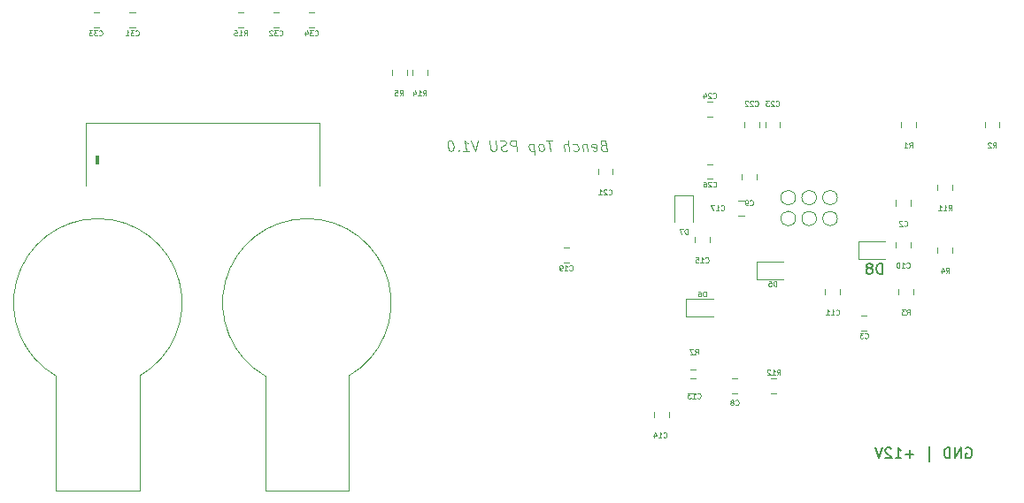
<source format=gbr>
%TF.GenerationSoftware,KiCad,Pcbnew,(5.99.0-2671-gfc0a358ba)*%
%TF.CreationDate,2020-08-28T17:45:17+05:30*%
%TF.ProjectId,Power_Supply,506f7765-725f-4537-9570-706c792e6b69,rev?*%
%TF.SameCoordinates,Original*%
%TF.FileFunction,Legend,Bot*%
%TF.FilePolarity,Positive*%
%FSLAX46Y46*%
G04 Gerber Fmt 4.6, Leading zero omitted, Abs format (unit mm)*
G04 Created by KiCad (PCBNEW (5.99.0-2671-gfc0a358ba)) date 2020-08-28 17:45:17*
%MOMM*%
%LPD*%
G01*
G04 APERTURE LIST*
%ADD10C,0.150000*%
%ADD11C,0.075000*%
%ADD12C,0.100000*%
%ADD13C,0.120000*%
%ADD14C,0.010000*%
%ADD15C,0.050000*%
G04 APERTURE END LIST*
D10*
X105000000Y-56000000D02*
X105095238Y-55952380D01*
X105238095Y-55952380D01*
X105380952Y-56000000D01*
X105476190Y-56095238D01*
X105523809Y-56190476D01*
X105571428Y-56380952D01*
X105571428Y-56523809D01*
X105523809Y-56714285D01*
X105476190Y-56809523D01*
X105380952Y-56904761D01*
X105238095Y-56952380D01*
X105142857Y-56952380D01*
X105000000Y-56904761D01*
X104952380Y-56857142D01*
X104952380Y-56523809D01*
X105142857Y-56523809D01*
X104523809Y-56952380D02*
X104523809Y-55952380D01*
X103952380Y-56952380D01*
X103952380Y-55952380D01*
X103476190Y-56952380D02*
X103476190Y-55952380D01*
X103238095Y-55952380D01*
X103095238Y-56000000D01*
X103000000Y-56095238D01*
X102952380Y-56190476D01*
X102904761Y-56380952D01*
X102904761Y-56523809D01*
X102952380Y-56714285D01*
X103000000Y-56809523D01*
X103095238Y-56904761D01*
X103238095Y-56952380D01*
X103476190Y-56952380D01*
X101476190Y-57285714D02*
X101476190Y-55857142D01*
X100000000Y-56571428D02*
X99238095Y-56571428D01*
X99619047Y-56952380D02*
X99619047Y-56190476D01*
X98238095Y-56952380D02*
X98809523Y-56952380D01*
X98523809Y-56952380D02*
X98523809Y-55952380D01*
X98619047Y-56095238D01*
X98714285Y-56190476D01*
X98809523Y-56238095D01*
X97857142Y-56047619D02*
X97809523Y-56000000D01*
X97714285Y-55952380D01*
X97476190Y-55952380D01*
X97380952Y-56000000D01*
X97333333Y-56047619D01*
X97285714Y-56142857D01*
X97285714Y-56238095D01*
X97333333Y-56380952D01*
X97904761Y-56952380D01*
X97285714Y-56952380D01*
X97000000Y-55952380D02*
X96666666Y-56952380D01*
X96333333Y-55952380D01*
D11*
X70267291Y-26994821D02*
X70130386Y-27042440D01*
X70088720Y-27090059D01*
X70053005Y-27185297D01*
X70070863Y-27328154D01*
X70130386Y-27423392D01*
X70183958Y-27471011D01*
X70285148Y-27518630D01*
X70666101Y-27518630D01*
X70541101Y-26518630D01*
X70207767Y-26518630D01*
X70118482Y-26566250D01*
X70076815Y-26613869D01*
X70041101Y-26709107D01*
X70053005Y-26804345D01*
X70112529Y-26899583D01*
X70166101Y-26947202D01*
X70267291Y-26994821D01*
X70600625Y-26994821D01*
X69279196Y-27471011D02*
X69380386Y-27518630D01*
X69570863Y-27518630D01*
X69660148Y-27471011D01*
X69695863Y-27375773D01*
X69648244Y-26994821D01*
X69588720Y-26899583D01*
X69487529Y-26851964D01*
X69297053Y-26851964D01*
X69207767Y-26899583D01*
X69172053Y-26994821D01*
X69183958Y-27090059D01*
X69672053Y-27185297D01*
X68725625Y-26851964D02*
X68808958Y-27518630D01*
X68737529Y-26947202D02*
X68683958Y-26899583D01*
X68582767Y-26851964D01*
X68439910Y-26851964D01*
X68350625Y-26899583D01*
X68314910Y-26994821D01*
X68380386Y-27518630D01*
X67469672Y-27471011D02*
X67570863Y-27518630D01*
X67761339Y-27518630D01*
X67850625Y-27471011D01*
X67892291Y-27423392D01*
X67928005Y-27328154D01*
X67892291Y-27042440D01*
X67832767Y-26947202D01*
X67779196Y-26899583D01*
X67678005Y-26851964D01*
X67487529Y-26851964D01*
X67398244Y-26899583D01*
X67047053Y-27518630D02*
X66922053Y-26518630D01*
X66618482Y-27518630D02*
X66553005Y-26994821D01*
X66588720Y-26899583D01*
X66678005Y-26851964D01*
X66820863Y-26851964D01*
X66922053Y-26899583D01*
X66975625Y-26947202D01*
X65398244Y-26518630D02*
X64826815Y-26518630D01*
X65237529Y-27518630D02*
X65112529Y-26518630D01*
X64475625Y-27518630D02*
X64564910Y-27471011D01*
X64606577Y-27423392D01*
X64642291Y-27328154D01*
X64606577Y-27042440D01*
X64547053Y-26947202D01*
X64493482Y-26899583D01*
X64392291Y-26851964D01*
X64249434Y-26851964D01*
X64160148Y-26899583D01*
X64118482Y-26947202D01*
X64082767Y-27042440D01*
X64118482Y-27328154D01*
X64178005Y-27423392D01*
X64231577Y-27471011D01*
X64332767Y-27518630D01*
X64475625Y-27518630D01*
X63630386Y-26851964D02*
X63755386Y-27851964D01*
X63636339Y-26899583D02*
X63535148Y-26851964D01*
X63344672Y-26851964D01*
X63255386Y-26899583D01*
X63213720Y-26947202D01*
X63178005Y-27042440D01*
X63213720Y-27328154D01*
X63273244Y-27423392D01*
X63326815Y-27471011D01*
X63428005Y-27518630D01*
X63618482Y-27518630D01*
X63707767Y-27471011D01*
X62047053Y-27518630D02*
X61922053Y-26518630D01*
X61541101Y-26518630D01*
X61451815Y-26566250D01*
X61410148Y-26613869D01*
X61374434Y-26709107D01*
X61392291Y-26851964D01*
X61451815Y-26947202D01*
X61505386Y-26994821D01*
X61606577Y-27042440D01*
X61987529Y-27042440D01*
X61088720Y-27471011D02*
X60951815Y-27518630D01*
X60713720Y-27518630D01*
X60612529Y-27471011D01*
X60558958Y-27423392D01*
X60499434Y-27328154D01*
X60487529Y-27232916D01*
X60523244Y-27137678D01*
X60564910Y-27090059D01*
X60654196Y-27042440D01*
X60838720Y-26994821D01*
X60928005Y-26947202D01*
X60969672Y-26899583D01*
X61005386Y-26804345D01*
X60993482Y-26709107D01*
X60933958Y-26613869D01*
X60880386Y-26566250D01*
X60779196Y-26518630D01*
X60541101Y-26518630D01*
X60404196Y-26566250D01*
X59969672Y-26518630D02*
X60070863Y-27328154D01*
X60035148Y-27423392D01*
X59993482Y-27471011D01*
X59904196Y-27518630D01*
X59713720Y-27518630D01*
X59612529Y-27471011D01*
X59558958Y-27423392D01*
X59499434Y-27328154D01*
X59398244Y-26518630D01*
X58303005Y-26518630D02*
X58094672Y-27518630D01*
X57636339Y-26518630D01*
X56904196Y-27518630D02*
X57475625Y-27518630D01*
X57189910Y-27518630D02*
X57064910Y-26518630D01*
X57178005Y-26661488D01*
X57285148Y-26756726D01*
X57386339Y-26804345D01*
X56463720Y-27423392D02*
X56422053Y-27471011D01*
X56475625Y-27518630D01*
X56517291Y-27471011D01*
X56463720Y-27423392D01*
X56475625Y-27518630D01*
X55683958Y-26518630D02*
X55588720Y-26518630D01*
X55499434Y-26566250D01*
X55457767Y-26613869D01*
X55422053Y-26709107D01*
X55398244Y-26899583D01*
X55428005Y-27137678D01*
X55499434Y-27328154D01*
X55558958Y-27423392D01*
X55612529Y-27471011D01*
X55713720Y-27518630D01*
X55808958Y-27518630D01*
X55898244Y-27471011D01*
X55939910Y-27423392D01*
X55975625Y-27328154D01*
X55999434Y-27137678D01*
X55969672Y-26899583D01*
X55898244Y-26709107D01*
X55838720Y-26613869D01*
X55785148Y-26566250D01*
X55683958Y-26518630D01*
D10*
%TO.C,D8*%
X96988095Y-39302380D02*
X96988095Y-38302380D01*
X96750000Y-38302380D01*
X96607142Y-38350000D01*
X96511904Y-38445238D01*
X96464285Y-38540476D01*
X96416666Y-38730952D01*
X96416666Y-38873809D01*
X96464285Y-39064285D01*
X96511904Y-39159523D01*
X96607142Y-39254761D01*
X96750000Y-39302380D01*
X96988095Y-39302380D01*
X95845238Y-38730952D02*
X95940476Y-38683333D01*
X95988095Y-38635714D01*
X96035714Y-38540476D01*
X96035714Y-38492857D01*
X95988095Y-38397619D01*
X95940476Y-38350000D01*
X95845238Y-38302380D01*
X95654761Y-38302380D01*
X95559523Y-38350000D01*
X95511904Y-38397619D01*
X95464285Y-38492857D01*
X95464285Y-38540476D01*
X95511904Y-38635714D01*
X95559523Y-38683333D01*
X95654761Y-38730952D01*
X95845238Y-38730952D01*
X95940476Y-38778571D01*
X95988095Y-38826190D01*
X96035714Y-38921428D01*
X96035714Y-39111904D01*
X95988095Y-39207142D01*
X95940476Y-39254761D01*
X95845238Y-39302380D01*
X95654761Y-39302380D01*
X95559523Y-39254761D01*
X95511904Y-39207142D01*
X95464285Y-39111904D01*
X95464285Y-38921428D01*
X95511904Y-38826190D01*
X95559523Y-38778571D01*
X95654761Y-38730952D01*
D12*
%TO.C,C32*%
X39321428Y-16428571D02*
X39345238Y-16452380D01*
X39416666Y-16476190D01*
X39464285Y-16476190D01*
X39535714Y-16452380D01*
X39583333Y-16404761D01*
X39607142Y-16357142D01*
X39630952Y-16261904D01*
X39630952Y-16190476D01*
X39607142Y-16095238D01*
X39583333Y-16047619D01*
X39535714Y-16000000D01*
X39464285Y-15976190D01*
X39416666Y-15976190D01*
X39345238Y-16000000D01*
X39321428Y-16023809D01*
X39154761Y-15976190D02*
X38845238Y-15976190D01*
X39011904Y-16166666D01*
X38940476Y-16166666D01*
X38892857Y-16190476D01*
X38869047Y-16214285D01*
X38845238Y-16261904D01*
X38845238Y-16380952D01*
X38869047Y-16428571D01*
X38892857Y-16452380D01*
X38940476Y-16476190D01*
X39083333Y-16476190D01*
X39130952Y-16452380D01*
X39154761Y-16428571D01*
X38654761Y-16023809D02*
X38630952Y-16000000D01*
X38583333Y-15976190D01*
X38464285Y-15976190D01*
X38416666Y-16000000D01*
X38392857Y-16023809D01*
X38369047Y-16071428D01*
X38369047Y-16119047D01*
X38392857Y-16190476D01*
X38678571Y-16476190D01*
X38369047Y-16476190D01*
%TO.C,D6*%
X80119047Y-41476190D02*
X80119047Y-40976190D01*
X80000000Y-40976190D01*
X79928571Y-41000000D01*
X79880952Y-41047619D01*
X79857142Y-41095238D01*
X79833333Y-41190476D01*
X79833333Y-41261904D01*
X79857142Y-41357142D01*
X79880952Y-41404761D01*
X79928571Y-41452380D01*
X80000000Y-41476190D01*
X80119047Y-41476190D01*
X79404761Y-40976190D02*
X79500000Y-40976190D01*
X79547619Y-41000000D01*
X79571428Y-41023809D01*
X79619047Y-41095238D01*
X79642857Y-41190476D01*
X79642857Y-41380952D01*
X79619047Y-41428571D01*
X79595238Y-41452380D01*
X79547619Y-41476190D01*
X79452380Y-41476190D01*
X79404761Y-41452380D01*
X79380952Y-41428571D01*
X79357142Y-41380952D01*
X79357142Y-41261904D01*
X79380952Y-41214285D01*
X79404761Y-41190476D01*
X79452380Y-41166666D01*
X79547619Y-41166666D01*
X79595238Y-41190476D01*
X79619047Y-41214285D01*
X79642857Y-41261904D01*
%TO.C,R14*%
X53071428Y-22226190D02*
X53238095Y-21988095D01*
X53357142Y-22226190D02*
X53357142Y-21726190D01*
X53166666Y-21726190D01*
X53119047Y-21750000D01*
X53095238Y-21773809D01*
X53071428Y-21821428D01*
X53071428Y-21892857D01*
X53095238Y-21940476D01*
X53119047Y-21964285D01*
X53166666Y-21988095D01*
X53357142Y-21988095D01*
X52595238Y-22226190D02*
X52880952Y-22226190D01*
X52738095Y-22226190D02*
X52738095Y-21726190D01*
X52785714Y-21797619D01*
X52833333Y-21845238D01*
X52880952Y-21869047D01*
X52166666Y-21892857D02*
X52166666Y-22226190D01*
X52285714Y-21702380D02*
X52404761Y-22059523D01*
X52095238Y-22059523D01*
%TO.C,C3*%
X95333333Y-45428571D02*
X95357142Y-45452380D01*
X95428571Y-45476190D01*
X95476190Y-45476190D01*
X95547619Y-45452380D01*
X95595238Y-45404761D01*
X95619047Y-45357142D01*
X95642857Y-45261904D01*
X95642857Y-45190476D01*
X95619047Y-45095238D01*
X95595238Y-45047619D01*
X95547619Y-45000000D01*
X95476190Y-44976190D01*
X95428571Y-44976190D01*
X95357142Y-45000000D01*
X95333333Y-45023809D01*
X95166666Y-44976190D02*
X94857142Y-44976190D01*
X95023809Y-45166666D01*
X94952380Y-45166666D01*
X94904761Y-45190476D01*
X94880952Y-45214285D01*
X94857142Y-45261904D01*
X94857142Y-45380952D01*
X94880952Y-45428571D01*
X94904761Y-45452380D01*
X94952380Y-45476190D01*
X95095238Y-45476190D01*
X95142857Y-45452380D01*
X95166666Y-45428571D01*
%TO.C,C8*%
X82953333Y-51828571D02*
X82977142Y-51852380D01*
X83048571Y-51876190D01*
X83096190Y-51876190D01*
X83167619Y-51852380D01*
X83215238Y-51804761D01*
X83239047Y-51757142D01*
X83262857Y-51661904D01*
X83262857Y-51590476D01*
X83239047Y-51495238D01*
X83215238Y-51447619D01*
X83167619Y-51400000D01*
X83096190Y-51376190D01*
X83048571Y-51376190D01*
X82977142Y-51400000D01*
X82953333Y-51423809D01*
X82667619Y-51590476D02*
X82715238Y-51566666D01*
X82739047Y-51542857D01*
X82762857Y-51495238D01*
X82762857Y-51471428D01*
X82739047Y-51423809D01*
X82715238Y-51400000D01*
X82667619Y-51376190D01*
X82572380Y-51376190D01*
X82524761Y-51400000D01*
X82500952Y-51423809D01*
X82477142Y-51471428D01*
X82477142Y-51495238D01*
X82500952Y-51542857D01*
X82524761Y-51566666D01*
X82572380Y-51590476D01*
X82667619Y-51590476D01*
X82715238Y-51614285D01*
X82739047Y-51638095D01*
X82762857Y-51685714D01*
X82762857Y-51780952D01*
X82739047Y-51828571D01*
X82715238Y-51852380D01*
X82667619Y-51876190D01*
X82572380Y-51876190D01*
X82524761Y-51852380D01*
X82500952Y-51828571D01*
X82477142Y-51780952D01*
X82477142Y-51685714D01*
X82500952Y-51638095D01*
X82524761Y-51614285D01*
X82572380Y-51590476D01*
%TO.C,C2*%
X99083333Y-34678571D02*
X99107142Y-34702380D01*
X99178571Y-34726190D01*
X99226190Y-34726190D01*
X99297619Y-34702380D01*
X99345238Y-34654761D01*
X99369047Y-34607142D01*
X99392857Y-34511904D01*
X99392857Y-34440476D01*
X99369047Y-34345238D01*
X99345238Y-34297619D01*
X99297619Y-34250000D01*
X99226190Y-34226190D01*
X99178571Y-34226190D01*
X99107142Y-34250000D01*
X99083333Y-34273809D01*
X98892857Y-34273809D02*
X98869047Y-34250000D01*
X98821428Y-34226190D01*
X98702380Y-34226190D01*
X98654761Y-34250000D01*
X98630952Y-34273809D01*
X98607142Y-34321428D01*
X98607142Y-34369047D01*
X98630952Y-34440476D01*
X98916666Y-34726190D01*
X98607142Y-34726190D01*
%TO.C,R11*%
X103321428Y-33226190D02*
X103488095Y-32988095D01*
X103607142Y-33226190D02*
X103607142Y-32726190D01*
X103416666Y-32726190D01*
X103369047Y-32750000D01*
X103345238Y-32773809D01*
X103321428Y-32821428D01*
X103321428Y-32892857D01*
X103345238Y-32940476D01*
X103369047Y-32964285D01*
X103416666Y-32988095D01*
X103607142Y-32988095D01*
X102845238Y-33226190D02*
X103130952Y-33226190D01*
X102988095Y-33226190D02*
X102988095Y-32726190D01*
X103035714Y-32797619D01*
X103083333Y-32845238D01*
X103130952Y-32869047D01*
X102369047Y-33226190D02*
X102654761Y-33226190D01*
X102511904Y-33226190D02*
X102511904Y-32726190D01*
X102559523Y-32797619D01*
X102607142Y-32845238D01*
X102654761Y-32869047D01*
%TO.C,R4*%
X103083333Y-39226190D02*
X103250000Y-38988095D01*
X103369047Y-39226190D02*
X103369047Y-38726190D01*
X103178571Y-38726190D01*
X103130952Y-38750000D01*
X103107142Y-38773809D01*
X103083333Y-38821428D01*
X103083333Y-38892857D01*
X103107142Y-38940476D01*
X103130952Y-38964285D01*
X103178571Y-38988095D01*
X103369047Y-38988095D01*
X102654761Y-38892857D02*
X102654761Y-39226190D01*
X102773809Y-38702380D02*
X102892857Y-39059523D01*
X102583333Y-39059523D01*
%TO.C,C34*%
X42721428Y-16428571D02*
X42745238Y-16452380D01*
X42816666Y-16476190D01*
X42864285Y-16476190D01*
X42935714Y-16452380D01*
X42983333Y-16404761D01*
X43007142Y-16357142D01*
X43030952Y-16261904D01*
X43030952Y-16190476D01*
X43007142Y-16095238D01*
X42983333Y-16047619D01*
X42935714Y-16000000D01*
X42864285Y-15976190D01*
X42816666Y-15976190D01*
X42745238Y-16000000D01*
X42721428Y-16023809D01*
X42554761Y-15976190D02*
X42245238Y-15976190D01*
X42411904Y-16166666D01*
X42340476Y-16166666D01*
X42292857Y-16190476D01*
X42269047Y-16214285D01*
X42245238Y-16261904D01*
X42245238Y-16380952D01*
X42269047Y-16428571D01*
X42292857Y-16452380D01*
X42340476Y-16476190D01*
X42483333Y-16476190D01*
X42530952Y-16452380D01*
X42554761Y-16428571D01*
X41816666Y-16142857D02*
X41816666Y-16476190D01*
X41935714Y-15952380D02*
X42054761Y-16309523D01*
X41745238Y-16309523D01*
%TO.C,D5*%
X86869047Y-40476190D02*
X86869047Y-39976190D01*
X86750000Y-39976190D01*
X86678571Y-40000000D01*
X86630952Y-40047619D01*
X86607142Y-40095238D01*
X86583333Y-40190476D01*
X86583333Y-40261904D01*
X86607142Y-40357142D01*
X86630952Y-40404761D01*
X86678571Y-40452380D01*
X86750000Y-40476190D01*
X86869047Y-40476190D01*
X86130952Y-39976190D02*
X86369047Y-39976190D01*
X86392857Y-40214285D01*
X86369047Y-40190476D01*
X86321428Y-40166666D01*
X86202380Y-40166666D01*
X86154761Y-40190476D01*
X86130952Y-40214285D01*
X86107142Y-40261904D01*
X86107142Y-40380952D01*
X86130952Y-40428571D01*
X86154761Y-40452380D01*
X86202380Y-40476190D01*
X86321428Y-40476190D01*
X86369047Y-40452380D01*
X86392857Y-40428571D01*
%TO.C,C15*%
X80071428Y-38178571D02*
X80095238Y-38202380D01*
X80166666Y-38226190D01*
X80214285Y-38226190D01*
X80285714Y-38202380D01*
X80333333Y-38154761D01*
X80357142Y-38107142D01*
X80380952Y-38011904D01*
X80380952Y-37940476D01*
X80357142Y-37845238D01*
X80333333Y-37797619D01*
X80285714Y-37750000D01*
X80214285Y-37726190D01*
X80166666Y-37726190D01*
X80095238Y-37750000D01*
X80071428Y-37773809D01*
X79595238Y-38226190D02*
X79880952Y-38226190D01*
X79738095Y-38226190D02*
X79738095Y-37726190D01*
X79785714Y-37797619D01*
X79833333Y-37845238D01*
X79880952Y-37869047D01*
X79142857Y-37726190D02*
X79380952Y-37726190D01*
X79404761Y-37964285D01*
X79380952Y-37940476D01*
X79333333Y-37916666D01*
X79214285Y-37916666D01*
X79166666Y-37940476D01*
X79142857Y-37964285D01*
X79119047Y-38011904D01*
X79119047Y-38130952D01*
X79142857Y-38178571D01*
X79166666Y-38202380D01*
X79214285Y-38226190D01*
X79333333Y-38226190D01*
X79380952Y-38202380D01*
X79404761Y-38178571D01*
%TO.C,C31*%
X25571428Y-16428571D02*
X25595238Y-16452380D01*
X25666666Y-16476190D01*
X25714285Y-16476190D01*
X25785714Y-16452380D01*
X25833333Y-16404761D01*
X25857142Y-16357142D01*
X25880952Y-16261904D01*
X25880952Y-16190476D01*
X25857142Y-16095238D01*
X25833333Y-16047619D01*
X25785714Y-16000000D01*
X25714285Y-15976190D01*
X25666666Y-15976190D01*
X25595238Y-16000000D01*
X25571428Y-16023809D01*
X25404761Y-15976190D02*
X25095238Y-15976190D01*
X25261904Y-16166666D01*
X25190476Y-16166666D01*
X25142857Y-16190476D01*
X25119047Y-16214285D01*
X25095238Y-16261904D01*
X25095238Y-16380952D01*
X25119047Y-16428571D01*
X25142857Y-16452380D01*
X25190476Y-16476190D01*
X25333333Y-16476190D01*
X25380952Y-16452380D01*
X25404761Y-16428571D01*
X24619047Y-16476190D02*
X24904761Y-16476190D01*
X24761904Y-16476190D02*
X24761904Y-15976190D01*
X24809523Y-16047619D01*
X24857142Y-16095238D01*
X24904761Y-16119047D01*
%TO.C,C10*%
X99321428Y-38678571D02*
X99345238Y-38702380D01*
X99416666Y-38726190D01*
X99464285Y-38726190D01*
X99535714Y-38702380D01*
X99583333Y-38654761D01*
X99607142Y-38607142D01*
X99630952Y-38511904D01*
X99630952Y-38440476D01*
X99607142Y-38345238D01*
X99583333Y-38297619D01*
X99535714Y-38250000D01*
X99464285Y-38226190D01*
X99416666Y-38226190D01*
X99345238Y-38250000D01*
X99321428Y-38273809D01*
X98845238Y-38726190D02*
X99130952Y-38726190D01*
X98988095Y-38726190D02*
X98988095Y-38226190D01*
X99035714Y-38297619D01*
X99083333Y-38345238D01*
X99130952Y-38369047D01*
X98535714Y-38226190D02*
X98488095Y-38226190D01*
X98440476Y-38250000D01*
X98416666Y-38273809D01*
X98392857Y-38321428D01*
X98369047Y-38416666D01*
X98369047Y-38535714D01*
X98392857Y-38630952D01*
X98416666Y-38678571D01*
X98440476Y-38702380D01*
X98488095Y-38726190D01*
X98535714Y-38726190D01*
X98583333Y-38702380D01*
X98607142Y-38678571D01*
X98630952Y-38630952D01*
X98654761Y-38535714D01*
X98654761Y-38416666D01*
X98630952Y-38321428D01*
X98607142Y-38273809D01*
X98583333Y-38250000D01*
X98535714Y-38226190D01*
%TO.C,R5*%
X50833333Y-22226190D02*
X51000000Y-21988095D01*
X51119047Y-22226190D02*
X51119047Y-21726190D01*
X50928571Y-21726190D01*
X50880952Y-21750000D01*
X50857142Y-21773809D01*
X50833333Y-21821428D01*
X50833333Y-21892857D01*
X50857142Y-21940476D01*
X50880952Y-21964285D01*
X50928571Y-21988095D01*
X51119047Y-21988095D01*
X50380952Y-21726190D02*
X50619047Y-21726190D01*
X50642857Y-21964285D01*
X50619047Y-21940476D01*
X50571428Y-21916666D01*
X50452380Y-21916666D01*
X50404761Y-21940476D01*
X50380952Y-21964285D01*
X50357142Y-22011904D01*
X50357142Y-22130952D01*
X50380952Y-22178571D01*
X50404761Y-22202380D01*
X50452380Y-22226190D01*
X50571428Y-22226190D01*
X50619047Y-22202380D01*
X50642857Y-22178571D01*
%TO.C,C14*%
X76071428Y-54928571D02*
X76095238Y-54952380D01*
X76166666Y-54976190D01*
X76214285Y-54976190D01*
X76285714Y-54952380D01*
X76333333Y-54904761D01*
X76357142Y-54857142D01*
X76380952Y-54761904D01*
X76380952Y-54690476D01*
X76357142Y-54595238D01*
X76333333Y-54547619D01*
X76285714Y-54500000D01*
X76214285Y-54476190D01*
X76166666Y-54476190D01*
X76095238Y-54500000D01*
X76071428Y-54523809D01*
X75595238Y-54976190D02*
X75880952Y-54976190D01*
X75738095Y-54976190D02*
X75738095Y-54476190D01*
X75785714Y-54547619D01*
X75833333Y-54595238D01*
X75880952Y-54619047D01*
X75166666Y-54642857D02*
X75166666Y-54976190D01*
X75285714Y-54452380D02*
X75404761Y-54809523D01*
X75095238Y-54809523D01*
%TO.C,R2*%
X107583333Y-27226190D02*
X107750000Y-26988095D01*
X107869047Y-27226190D02*
X107869047Y-26726190D01*
X107678571Y-26726190D01*
X107630952Y-26750000D01*
X107607142Y-26773809D01*
X107583333Y-26821428D01*
X107583333Y-26892857D01*
X107607142Y-26940476D01*
X107630952Y-26964285D01*
X107678571Y-26988095D01*
X107869047Y-26988095D01*
X107392857Y-26773809D02*
X107369047Y-26750000D01*
X107321428Y-26726190D01*
X107202380Y-26726190D01*
X107154761Y-26750000D01*
X107130952Y-26773809D01*
X107107142Y-26821428D01*
X107107142Y-26869047D01*
X107130952Y-26940476D01*
X107416666Y-27226190D01*
X107107142Y-27226190D01*
%TO.C,R3*%
X99333333Y-43226190D02*
X99500000Y-42988095D01*
X99619047Y-43226190D02*
X99619047Y-42726190D01*
X99428571Y-42726190D01*
X99380952Y-42750000D01*
X99357142Y-42773809D01*
X99333333Y-42821428D01*
X99333333Y-42892857D01*
X99357142Y-42940476D01*
X99380952Y-42964285D01*
X99428571Y-42988095D01*
X99619047Y-42988095D01*
X99166666Y-42726190D02*
X98857142Y-42726190D01*
X99023809Y-42916666D01*
X98952380Y-42916666D01*
X98904761Y-42940476D01*
X98880952Y-42964285D01*
X98857142Y-43011904D01*
X98857142Y-43130952D01*
X98880952Y-43178571D01*
X98904761Y-43202380D01*
X98952380Y-43226190D01*
X99095238Y-43226190D01*
X99142857Y-43202380D01*
X99166666Y-43178571D01*
%TO.C,R12*%
X86941428Y-48976190D02*
X87108095Y-48738095D01*
X87227142Y-48976190D02*
X87227142Y-48476190D01*
X87036666Y-48476190D01*
X86989047Y-48500000D01*
X86965238Y-48523809D01*
X86941428Y-48571428D01*
X86941428Y-48642857D01*
X86965238Y-48690476D01*
X86989047Y-48714285D01*
X87036666Y-48738095D01*
X87227142Y-48738095D01*
X86465238Y-48976190D02*
X86750952Y-48976190D01*
X86608095Y-48976190D02*
X86608095Y-48476190D01*
X86655714Y-48547619D01*
X86703333Y-48595238D01*
X86750952Y-48619047D01*
X86274761Y-48523809D02*
X86250952Y-48500000D01*
X86203333Y-48476190D01*
X86084285Y-48476190D01*
X86036666Y-48500000D01*
X86012857Y-48523809D01*
X85989047Y-48571428D01*
X85989047Y-48619047D01*
X86012857Y-48690476D01*
X86298571Y-48976190D01*
X85989047Y-48976190D01*
%TO.C,C33*%
X22071428Y-16428571D02*
X22095238Y-16452380D01*
X22166666Y-16476190D01*
X22214285Y-16476190D01*
X22285714Y-16452380D01*
X22333333Y-16404761D01*
X22357142Y-16357142D01*
X22380952Y-16261904D01*
X22380952Y-16190476D01*
X22357142Y-16095238D01*
X22333333Y-16047619D01*
X22285714Y-16000000D01*
X22214285Y-15976190D01*
X22166666Y-15976190D01*
X22095238Y-16000000D01*
X22071428Y-16023809D01*
X21904761Y-15976190D02*
X21595238Y-15976190D01*
X21761904Y-16166666D01*
X21690476Y-16166666D01*
X21642857Y-16190476D01*
X21619047Y-16214285D01*
X21595238Y-16261904D01*
X21595238Y-16380952D01*
X21619047Y-16428571D01*
X21642857Y-16452380D01*
X21690476Y-16476190D01*
X21833333Y-16476190D01*
X21880952Y-16452380D01*
X21904761Y-16428571D01*
X21428571Y-15976190D02*
X21119047Y-15976190D01*
X21285714Y-16166666D01*
X21214285Y-16166666D01*
X21166666Y-16190476D01*
X21142857Y-16214285D01*
X21119047Y-16261904D01*
X21119047Y-16380952D01*
X21142857Y-16428571D01*
X21166666Y-16452380D01*
X21214285Y-16476190D01*
X21357142Y-16476190D01*
X21404761Y-16452380D01*
X21428571Y-16428571D01*
%TO.C,C22*%
X84821428Y-23178571D02*
X84845238Y-23202380D01*
X84916666Y-23226190D01*
X84964285Y-23226190D01*
X85035714Y-23202380D01*
X85083333Y-23154761D01*
X85107142Y-23107142D01*
X85130952Y-23011904D01*
X85130952Y-22940476D01*
X85107142Y-22845238D01*
X85083333Y-22797619D01*
X85035714Y-22750000D01*
X84964285Y-22726190D01*
X84916666Y-22726190D01*
X84845238Y-22750000D01*
X84821428Y-22773809D01*
X84630952Y-22773809D02*
X84607142Y-22750000D01*
X84559523Y-22726190D01*
X84440476Y-22726190D01*
X84392857Y-22750000D01*
X84369047Y-22773809D01*
X84345238Y-22821428D01*
X84345238Y-22869047D01*
X84369047Y-22940476D01*
X84654761Y-23226190D01*
X84345238Y-23226190D01*
X84154761Y-22773809D02*
X84130952Y-22750000D01*
X84083333Y-22726190D01*
X83964285Y-22726190D01*
X83916666Y-22750000D01*
X83892857Y-22773809D01*
X83869047Y-22821428D01*
X83869047Y-22869047D01*
X83892857Y-22940476D01*
X84178571Y-23226190D01*
X83869047Y-23226190D01*
%TO.C,C13*%
X79321428Y-51178571D02*
X79345238Y-51202380D01*
X79416666Y-51226190D01*
X79464285Y-51226190D01*
X79535714Y-51202380D01*
X79583333Y-51154761D01*
X79607142Y-51107142D01*
X79630952Y-51011904D01*
X79630952Y-50940476D01*
X79607142Y-50845238D01*
X79583333Y-50797619D01*
X79535714Y-50750000D01*
X79464285Y-50726190D01*
X79416666Y-50726190D01*
X79345238Y-50750000D01*
X79321428Y-50773809D01*
X78845238Y-51226190D02*
X79130952Y-51226190D01*
X78988095Y-51226190D02*
X78988095Y-50726190D01*
X79035714Y-50797619D01*
X79083333Y-50845238D01*
X79130952Y-50869047D01*
X78678571Y-50726190D02*
X78369047Y-50726190D01*
X78535714Y-50916666D01*
X78464285Y-50916666D01*
X78416666Y-50940476D01*
X78392857Y-50964285D01*
X78369047Y-51011904D01*
X78369047Y-51130952D01*
X78392857Y-51178571D01*
X78416666Y-51202380D01*
X78464285Y-51226190D01*
X78607142Y-51226190D01*
X78654761Y-51202380D01*
X78678571Y-51178571D01*
%TO.C,R1*%
X99583333Y-27226190D02*
X99750000Y-26988095D01*
X99869047Y-27226190D02*
X99869047Y-26726190D01*
X99678571Y-26726190D01*
X99630952Y-26750000D01*
X99607142Y-26773809D01*
X99583333Y-26821428D01*
X99583333Y-26892857D01*
X99607142Y-26940476D01*
X99630952Y-26964285D01*
X99678571Y-26988095D01*
X99869047Y-26988095D01*
X99107142Y-27226190D02*
X99392857Y-27226190D01*
X99250000Y-27226190D02*
X99250000Y-26726190D01*
X99297619Y-26797619D01*
X99345238Y-26845238D01*
X99392857Y-26869047D01*
%TO.C,C21*%
X70821428Y-31678571D02*
X70845238Y-31702380D01*
X70916666Y-31726190D01*
X70964285Y-31726190D01*
X71035714Y-31702380D01*
X71083333Y-31654761D01*
X71107142Y-31607142D01*
X71130952Y-31511904D01*
X71130952Y-31440476D01*
X71107142Y-31345238D01*
X71083333Y-31297619D01*
X71035714Y-31250000D01*
X70964285Y-31226190D01*
X70916666Y-31226190D01*
X70845238Y-31250000D01*
X70821428Y-31273809D01*
X70630952Y-31273809D02*
X70607142Y-31250000D01*
X70559523Y-31226190D01*
X70440476Y-31226190D01*
X70392857Y-31250000D01*
X70369047Y-31273809D01*
X70345238Y-31321428D01*
X70345238Y-31369047D01*
X70369047Y-31440476D01*
X70654761Y-31726190D01*
X70345238Y-31726190D01*
X69869047Y-31726190D02*
X70154761Y-31726190D01*
X70011904Y-31726190D02*
X70011904Y-31226190D01*
X70059523Y-31297619D01*
X70107142Y-31345238D01*
X70154761Y-31369047D01*
%TO.C,C19*%
X67071428Y-38928571D02*
X67095238Y-38952380D01*
X67166666Y-38976190D01*
X67214285Y-38976190D01*
X67285714Y-38952380D01*
X67333333Y-38904761D01*
X67357142Y-38857142D01*
X67380952Y-38761904D01*
X67380952Y-38690476D01*
X67357142Y-38595238D01*
X67333333Y-38547619D01*
X67285714Y-38500000D01*
X67214285Y-38476190D01*
X67166666Y-38476190D01*
X67095238Y-38500000D01*
X67071428Y-38523809D01*
X66595238Y-38976190D02*
X66880952Y-38976190D01*
X66738095Y-38976190D02*
X66738095Y-38476190D01*
X66785714Y-38547619D01*
X66833333Y-38595238D01*
X66880952Y-38619047D01*
X66357142Y-38976190D02*
X66261904Y-38976190D01*
X66214285Y-38952380D01*
X66190476Y-38928571D01*
X66142857Y-38857142D01*
X66119047Y-38761904D01*
X66119047Y-38571428D01*
X66142857Y-38523809D01*
X66166666Y-38500000D01*
X66214285Y-38476190D01*
X66309523Y-38476190D01*
X66357142Y-38500000D01*
X66380952Y-38523809D01*
X66404761Y-38571428D01*
X66404761Y-38690476D01*
X66380952Y-38738095D01*
X66357142Y-38761904D01*
X66309523Y-38785714D01*
X66214285Y-38785714D01*
X66166666Y-38761904D01*
X66142857Y-38738095D01*
X66119047Y-38690476D01*
%TO.C,C24*%
X80821428Y-22428571D02*
X80845238Y-22452380D01*
X80916666Y-22476190D01*
X80964285Y-22476190D01*
X81035714Y-22452380D01*
X81083333Y-22404761D01*
X81107142Y-22357142D01*
X81130952Y-22261904D01*
X81130952Y-22190476D01*
X81107142Y-22095238D01*
X81083333Y-22047619D01*
X81035714Y-22000000D01*
X80964285Y-21976190D01*
X80916666Y-21976190D01*
X80845238Y-22000000D01*
X80821428Y-22023809D01*
X80630952Y-22023809D02*
X80607142Y-22000000D01*
X80559523Y-21976190D01*
X80440476Y-21976190D01*
X80392857Y-22000000D01*
X80369047Y-22023809D01*
X80345238Y-22071428D01*
X80345238Y-22119047D01*
X80369047Y-22190476D01*
X80654761Y-22476190D01*
X80345238Y-22476190D01*
X79916666Y-22142857D02*
X79916666Y-22476190D01*
X80035714Y-21952380D02*
X80154761Y-22309523D01*
X79845238Y-22309523D01*
%TO.C,D7*%
X78369047Y-35476190D02*
X78369047Y-34976190D01*
X78250000Y-34976190D01*
X78178571Y-35000000D01*
X78130952Y-35047619D01*
X78107142Y-35095238D01*
X78083333Y-35190476D01*
X78083333Y-35261904D01*
X78107142Y-35357142D01*
X78130952Y-35404761D01*
X78178571Y-35452380D01*
X78250000Y-35476190D01*
X78369047Y-35476190D01*
X77916666Y-34976190D02*
X77583333Y-34976190D01*
X77797619Y-35476190D01*
%TO.C,R15*%
X35921428Y-16476190D02*
X36088095Y-16238095D01*
X36207142Y-16476190D02*
X36207142Y-15976190D01*
X36016666Y-15976190D01*
X35969047Y-16000000D01*
X35945238Y-16023809D01*
X35921428Y-16071428D01*
X35921428Y-16142857D01*
X35945238Y-16190476D01*
X35969047Y-16214285D01*
X36016666Y-16238095D01*
X36207142Y-16238095D01*
X35445238Y-16476190D02*
X35730952Y-16476190D01*
X35588095Y-16476190D02*
X35588095Y-15976190D01*
X35635714Y-16047619D01*
X35683333Y-16095238D01*
X35730952Y-16119047D01*
X34992857Y-15976190D02*
X35230952Y-15976190D01*
X35254761Y-16214285D01*
X35230952Y-16190476D01*
X35183333Y-16166666D01*
X35064285Y-16166666D01*
X35016666Y-16190476D01*
X34992857Y-16214285D01*
X34969047Y-16261904D01*
X34969047Y-16380952D01*
X34992857Y-16428571D01*
X35016666Y-16452380D01*
X35064285Y-16476190D01*
X35183333Y-16476190D01*
X35230952Y-16452380D01*
X35254761Y-16428571D01*
%TO.C,R7*%
X79083333Y-46976190D02*
X79250000Y-46738095D01*
X79369047Y-46976190D02*
X79369047Y-46476190D01*
X79178571Y-46476190D01*
X79130952Y-46500000D01*
X79107142Y-46523809D01*
X79083333Y-46571428D01*
X79083333Y-46642857D01*
X79107142Y-46690476D01*
X79130952Y-46714285D01*
X79178571Y-46738095D01*
X79369047Y-46738095D01*
X78916666Y-46476190D02*
X78583333Y-46476190D01*
X78797619Y-46976190D01*
%TO.C,C26*%
X80821428Y-30928571D02*
X80845238Y-30952380D01*
X80916666Y-30976190D01*
X80964285Y-30976190D01*
X81035714Y-30952380D01*
X81083333Y-30904761D01*
X81107142Y-30857142D01*
X81130952Y-30761904D01*
X81130952Y-30690476D01*
X81107142Y-30595238D01*
X81083333Y-30547619D01*
X81035714Y-30500000D01*
X80964285Y-30476190D01*
X80916666Y-30476190D01*
X80845238Y-30500000D01*
X80821428Y-30523809D01*
X80630952Y-30523809D02*
X80607142Y-30500000D01*
X80559523Y-30476190D01*
X80440476Y-30476190D01*
X80392857Y-30500000D01*
X80369047Y-30523809D01*
X80345238Y-30571428D01*
X80345238Y-30619047D01*
X80369047Y-30690476D01*
X80654761Y-30976190D01*
X80345238Y-30976190D01*
X79916666Y-30476190D02*
X80011904Y-30476190D01*
X80059523Y-30500000D01*
X80083333Y-30523809D01*
X80130952Y-30595238D01*
X80154761Y-30690476D01*
X80154761Y-30880952D01*
X80130952Y-30928571D01*
X80107142Y-30952380D01*
X80059523Y-30976190D01*
X79964285Y-30976190D01*
X79916666Y-30952380D01*
X79892857Y-30928571D01*
X79869047Y-30880952D01*
X79869047Y-30761904D01*
X79892857Y-30714285D01*
X79916666Y-30690476D01*
X79964285Y-30666666D01*
X80059523Y-30666666D01*
X80107142Y-30690476D01*
X80130952Y-30714285D01*
X80154761Y-30761904D01*
%TO.C,C17*%
X81571428Y-33178571D02*
X81595238Y-33202380D01*
X81666666Y-33226190D01*
X81714285Y-33226190D01*
X81785714Y-33202380D01*
X81833333Y-33154761D01*
X81857142Y-33107142D01*
X81880952Y-33011904D01*
X81880952Y-32940476D01*
X81857142Y-32845238D01*
X81833333Y-32797619D01*
X81785714Y-32750000D01*
X81714285Y-32726190D01*
X81666666Y-32726190D01*
X81595238Y-32750000D01*
X81571428Y-32773809D01*
X81095238Y-33226190D02*
X81380952Y-33226190D01*
X81238095Y-33226190D02*
X81238095Y-32726190D01*
X81285714Y-32797619D01*
X81333333Y-32845238D01*
X81380952Y-32869047D01*
X80928571Y-32726190D02*
X80595238Y-32726190D01*
X80809523Y-33226190D01*
%TO.C,C11*%
X92571428Y-43178571D02*
X92595238Y-43202380D01*
X92666666Y-43226190D01*
X92714285Y-43226190D01*
X92785714Y-43202380D01*
X92833333Y-43154761D01*
X92857142Y-43107142D01*
X92880952Y-43011904D01*
X92880952Y-42940476D01*
X92857142Y-42845238D01*
X92833333Y-42797619D01*
X92785714Y-42750000D01*
X92714285Y-42726190D01*
X92666666Y-42726190D01*
X92595238Y-42750000D01*
X92571428Y-42773809D01*
X92095238Y-43226190D02*
X92380952Y-43226190D01*
X92238095Y-43226190D02*
X92238095Y-42726190D01*
X92285714Y-42797619D01*
X92333333Y-42845238D01*
X92380952Y-42869047D01*
X91619047Y-43226190D02*
X91904761Y-43226190D01*
X91761904Y-43226190D02*
X91761904Y-42726190D01*
X91809523Y-42797619D01*
X91857142Y-42845238D01*
X91904761Y-42869047D01*
%TO.C,C23*%
X86821428Y-23178571D02*
X86845238Y-23202380D01*
X86916666Y-23226190D01*
X86964285Y-23226190D01*
X87035714Y-23202380D01*
X87083333Y-23154761D01*
X87107142Y-23107142D01*
X87130952Y-23011904D01*
X87130952Y-22940476D01*
X87107142Y-22845238D01*
X87083333Y-22797619D01*
X87035714Y-22750000D01*
X86964285Y-22726190D01*
X86916666Y-22726190D01*
X86845238Y-22750000D01*
X86821428Y-22773809D01*
X86630952Y-22773809D02*
X86607142Y-22750000D01*
X86559523Y-22726190D01*
X86440476Y-22726190D01*
X86392857Y-22750000D01*
X86369047Y-22773809D01*
X86345238Y-22821428D01*
X86345238Y-22869047D01*
X86369047Y-22940476D01*
X86654761Y-23226190D01*
X86345238Y-23226190D01*
X86178571Y-22726190D02*
X85869047Y-22726190D01*
X86035714Y-22916666D01*
X85964285Y-22916666D01*
X85916666Y-22940476D01*
X85892857Y-22964285D01*
X85869047Y-23011904D01*
X85869047Y-23130952D01*
X85892857Y-23178571D01*
X85916666Y-23202380D01*
X85964285Y-23226190D01*
X86107142Y-23226190D01*
X86154761Y-23202380D01*
X86178571Y-23178571D01*
%TO.C,C9*%
X84333333Y-32678571D02*
X84357142Y-32702380D01*
X84428571Y-32726190D01*
X84476190Y-32726190D01*
X84547619Y-32702380D01*
X84595238Y-32654761D01*
X84619047Y-32607142D01*
X84642857Y-32511904D01*
X84642857Y-32440476D01*
X84619047Y-32345238D01*
X84595238Y-32297619D01*
X84547619Y-32250000D01*
X84476190Y-32226190D01*
X84428571Y-32226190D01*
X84357142Y-32250000D01*
X84333333Y-32273809D01*
X84095238Y-32726190D02*
X84000000Y-32726190D01*
X83952380Y-32702380D01*
X83928571Y-32678571D01*
X83880952Y-32607142D01*
X83857142Y-32511904D01*
X83857142Y-32321428D01*
X83880952Y-32273809D01*
X83904761Y-32250000D01*
X83952380Y-32226190D01*
X84047619Y-32226190D01*
X84095238Y-32250000D01*
X84119047Y-32273809D01*
X84142857Y-32321428D01*
X84142857Y-32440476D01*
X84119047Y-32488095D01*
X84095238Y-32511904D01*
X84047619Y-32535714D01*
X83952380Y-32535714D01*
X83904761Y-32511904D01*
X83880952Y-32488095D01*
X83857142Y-32440476D01*
D13*
%TO.C,D8*%
X94750000Y-37850000D02*
X97300000Y-37850000D01*
X94750000Y-36150000D02*
X97300000Y-36150000D01*
X94750000Y-37850000D02*
X94750000Y-36150000D01*
%TO.C,U10*%
X43200000Y-24832690D02*
X43200000Y-30832690D01*
X20800000Y-24832690D02*
X43200000Y-24832690D01*
X20800000Y-30832690D02*
X20800000Y-24832690D01*
G36*
X22000000Y-28700000D02*
G01*
X21700000Y-28700000D01*
X21700000Y-28000000D01*
X22000000Y-28000000D01*
X22000000Y-28700000D01*
G37*
D14*
X22000000Y-28700000D02*
X21700000Y-28700000D01*
X21700000Y-28000000D01*
X22000000Y-28000000D01*
X22000000Y-28700000D01*
D15*
%TO.C,J3*%
X25953085Y-60075246D02*
X25953085Y-49075246D01*
X17953085Y-60075246D02*
X25953085Y-60075246D01*
X17953085Y-49075246D02*
X17953085Y-60075246D01*
X17951835Y-49074529D02*
G75*
G02*
X25953084Y-49075245I4001250J6999283D01*
G01*
%TO.C,J2*%
X37953085Y-49075246D02*
X37953085Y-60075246D01*
X45953085Y-60075246D02*
X45953085Y-49075246D01*
X37953085Y-60075246D02*
X45953085Y-60075246D01*
X37951835Y-49074529D02*
G75*
G02*
X45953084Y-49075245I4001250J6999283D01*
G01*
D13*
%TO.C,TP3*%
X92700000Y-34000000D02*
G75*
G03*
X92700000Y-34000000I-700000J0D01*
G01*
%TO.C,C32*%
X38741422Y-15710000D02*
X39258578Y-15710000D01*
X38741422Y-14290000D02*
X39258578Y-14290000D01*
%TO.C,TP6*%
X92700000Y-32000000D02*
G75*
G03*
X92700000Y-32000000I-700000J0D01*
G01*
%TO.C,D6*%
X78250000Y-41650000D02*
X80800000Y-41650000D01*
X78250000Y-43350000D02*
X78250000Y-41650000D01*
X78250000Y-43350000D02*
X80800000Y-43350000D01*
%TO.C,R14*%
X53510000Y-20258578D02*
X53510000Y-19741422D01*
X52090000Y-20258578D02*
X52090000Y-19741422D01*
%TO.C,TP1*%
X88700000Y-34000000D02*
G75*
G03*
X88700000Y-34000000I-700000J0D01*
G01*
%TO.C,C3*%
X95508578Y-43290000D02*
X94991422Y-43290000D01*
X95508578Y-44710000D02*
X94991422Y-44710000D01*
%TO.C,C8*%
X82611422Y-50710000D02*
X83128578Y-50710000D01*
X82611422Y-49290000D02*
X83128578Y-49290000D01*
%TO.C,C2*%
X98290000Y-32241422D02*
X98290000Y-32758578D01*
X99710000Y-32241422D02*
X99710000Y-32758578D01*
%TO.C,TP2*%
X90700000Y-34000000D02*
G75*
G03*
X90700000Y-34000000I-700000J0D01*
G01*
%TO.C,R11*%
X103710000Y-30741422D02*
X103710000Y-31258578D01*
X102290000Y-30741422D02*
X102290000Y-31258578D01*
%TO.C,R4*%
X102290000Y-37258578D02*
X102290000Y-36741422D01*
X103710000Y-37258578D02*
X103710000Y-36741422D01*
%TO.C,C34*%
X42658578Y-14290000D02*
X42141422Y-14290000D01*
X42658578Y-15710000D02*
X42141422Y-15710000D01*
%TO.C,D5*%
X85000000Y-39850000D02*
X87550000Y-39850000D01*
X85000000Y-38150000D02*
X87550000Y-38150000D01*
X85000000Y-39850000D02*
X85000000Y-38150000D01*
%TO.C,C15*%
X79040000Y-35741422D02*
X79040000Y-36258578D01*
X80460000Y-35741422D02*
X80460000Y-36258578D01*
%TO.C,C31*%
X24991422Y-15710000D02*
X25508578Y-15710000D01*
X24991422Y-14290000D02*
X25508578Y-14290000D01*
%TO.C,C10*%
X99710000Y-36758578D02*
X99710000Y-36241422D01*
X98290000Y-36758578D02*
X98290000Y-36241422D01*
%TO.C,R5*%
X50090000Y-20258578D02*
X50090000Y-19741422D01*
X51510000Y-20258578D02*
X51510000Y-19741422D01*
%TO.C,C14*%
X75160000Y-52541422D02*
X75160000Y-53058578D01*
X76580000Y-52541422D02*
X76580000Y-53058578D01*
%TO.C,R2*%
X108210000Y-24741422D02*
X108210000Y-25258578D01*
X106790000Y-24741422D02*
X106790000Y-25258578D01*
%TO.C,TP5*%
X90700000Y-32000000D02*
G75*
G03*
X90700000Y-32000000I-700000J0D01*
G01*
%TO.C,R3*%
X99960000Y-41258578D02*
X99960000Y-40741422D01*
X98540000Y-41258578D02*
X98540000Y-40741422D01*
%TO.C,R12*%
X86361422Y-49290000D02*
X86878578Y-49290000D01*
X86361422Y-50710000D02*
X86878578Y-50710000D01*
%TO.C,C33*%
X22058578Y-14290000D02*
X21541422Y-14290000D01*
X22058578Y-15710000D02*
X21541422Y-15710000D01*
%TO.C,C22*%
X85790000Y-24741422D02*
X85790000Y-25258578D01*
X87210000Y-24741422D02*
X87210000Y-25258578D01*
%TO.C,C13*%
X78611422Y-50710000D02*
X79128578Y-50710000D01*
X78611422Y-49290000D02*
X79128578Y-49290000D01*
%TO.C,R1*%
X100210000Y-24741422D02*
X100210000Y-25258578D01*
X98790000Y-24741422D02*
X98790000Y-25258578D01*
%TO.C,C21*%
X71210000Y-29758578D02*
X71210000Y-29241422D01*
X69790000Y-29758578D02*
X69790000Y-29241422D01*
%TO.C,C19*%
X67008578Y-36790000D02*
X66491422Y-36790000D01*
X67008578Y-38210000D02*
X66491422Y-38210000D01*
%TO.C,C24*%
X80758578Y-22790000D02*
X80241422Y-22790000D01*
X80758578Y-24210000D02*
X80241422Y-24210000D01*
%TO.C,D7*%
X78850000Y-31750000D02*
X78850000Y-34300000D01*
X77150000Y-31750000D02*
X77150000Y-34300000D01*
X77150000Y-31750000D02*
X78850000Y-31750000D01*
%TO.C,R15*%
X35341422Y-15710000D02*
X35858578Y-15710000D01*
X35341422Y-14290000D02*
X35858578Y-14290000D01*
%TO.C,R7*%
X79128578Y-48460000D02*
X78611422Y-48460000D01*
X79128578Y-47040000D02*
X78611422Y-47040000D01*
%TO.C,TP4*%
X88700000Y-32000000D02*
G75*
G03*
X88700000Y-32000000I-700000J0D01*
G01*
%TO.C,C26*%
X80241422Y-30210000D02*
X80758578Y-30210000D01*
X80241422Y-28790000D02*
X80758578Y-28790000D01*
%TO.C,C17*%
X83241422Y-33710000D02*
X83758578Y-33710000D01*
X83241422Y-32290000D02*
X83758578Y-32290000D01*
%TO.C,C11*%
X92960000Y-41258578D02*
X92960000Y-40741422D01*
X91540000Y-41258578D02*
X91540000Y-40741422D01*
%TO.C,C23*%
X83790000Y-25258578D02*
X83790000Y-24741422D01*
X85210000Y-25258578D02*
X85210000Y-24741422D01*
%TO.C,C9*%
X83540000Y-29741422D02*
X83540000Y-30258578D01*
X84960000Y-29741422D02*
X84960000Y-30258578D01*
%TD*%
M02*

</source>
